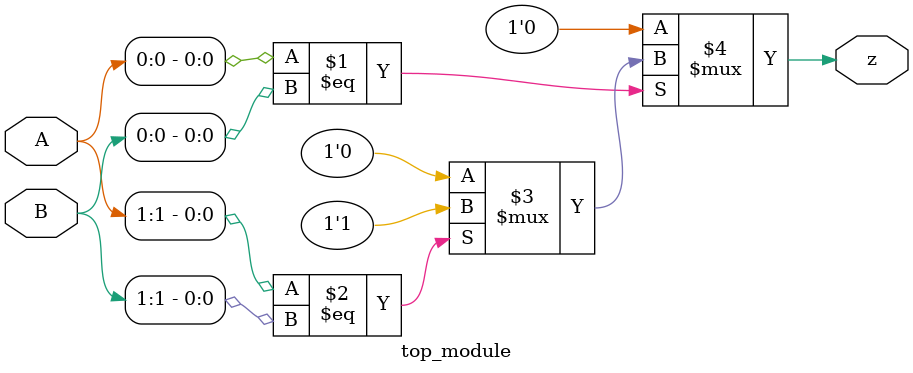
<source format=v>
module top_module ( input [1:0] A, input [1:0] B, output z ); 
    assign z = A[0]==B[0] ? (A[1]==B[1] ? 1'b1 : 1'b0) : 1'b0;
endmodule


</source>
